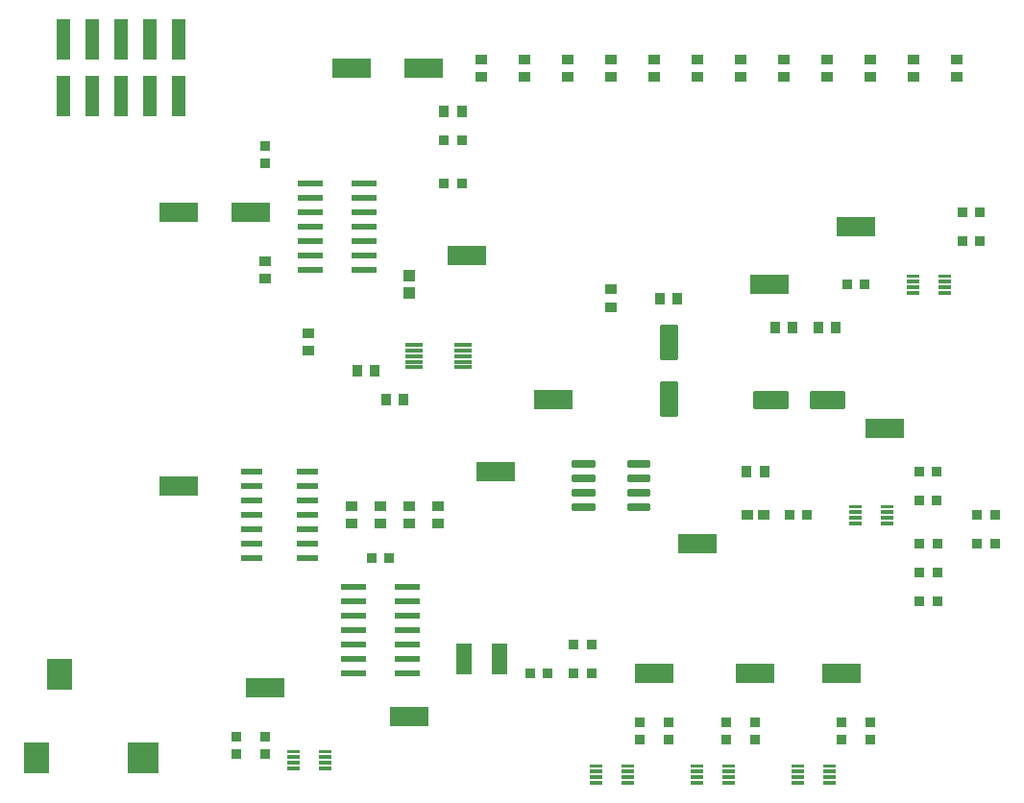
<source format=gbr>
G04 EAGLE Gerber RS-274X export*
G75*
%MOMM*%
%FSLAX34Y34*%
%LPD*%
%INSolderpaste Top*%
%IPPOS*%
%AMOC8*
5,1,8,0,0,1.08239X$1,22.5*%
G01*
G04 Define Apertures*
%ADD10R,1.320000X2.810000*%
%ADD11R,0.920000X0.970000*%
%ADD12R,1.040000X0.970000*%
%ADD13C,0.395000*%
%ADD14R,0.890000X0.930000*%
%ADD15R,0.870000X0.930000*%
%ADD16R,0.870000X0.980000*%
%ADD17R,0.810000X0.980000*%
%ADD18R,3.430000X1.780000*%
%ADD19C,0.330000*%
%ADD20R,2.184400X0.558800*%
%ADD21R,1.981200X0.558800*%
%ADD22R,0.860000X0.980000*%
%ADD23R,1.498600X0.330200*%
%ADD24R,1.020000X1.000000*%
%ADD25C,0.067500*%
%ADD26R,0.980000X0.810000*%
%ADD27R,0.930000X0.890000*%
%ADD28R,2.200000X2.800000*%
%ADD29R,2.800000X2.800000*%
%ADD30R,1.270000X3.680000*%
%ADD31R,0.980000X0.870000*%
D10*
X403680Y165100D03*
X434520Y165100D03*
D11*
X515750Y177800D03*
X500250Y177800D03*
D12*
X667800Y292100D03*
X653000Y292100D03*
D13*
X659925Y387775D02*
X687075Y387775D01*
X659925Y387775D02*
X659925Y399625D01*
X687075Y399625D01*
X687075Y387775D01*
X687075Y391527D02*
X659925Y391527D01*
X659925Y395279D02*
X687075Y395279D01*
X687075Y399031D02*
X659925Y399031D01*
X709925Y387775D02*
X737075Y387775D01*
X709925Y387775D02*
X709925Y399625D01*
X737075Y399625D01*
X737075Y387775D01*
X737075Y391527D02*
X709925Y391527D01*
X709925Y395279D02*
X737075Y395279D01*
X737075Y399031D02*
X709925Y399031D01*
D14*
X337900Y254000D03*
X322500Y254000D03*
D13*
X578275Y430525D02*
X578275Y457675D01*
X590125Y457675D01*
X590125Y430525D01*
X578275Y430525D01*
X578275Y434277D02*
X590125Y434277D01*
X590125Y438029D02*
X578275Y438029D01*
X578275Y441781D02*
X590125Y441781D01*
X590125Y445533D02*
X578275Y445533D01*
X578275Y449285D02*
X590125Y449285D01*
X590125Y453037D02*
X578275Y453037D01*
X578275Y456789D02*
X590125Y456789D01*
X578275Y407675D02*
X578275Y380525D01*
X578275Y407675D02*
X590125Y407675D01*
X590125Y380525D01*
X578275Y380525D01*
X578275Y384277D02*
X590125Y384277D01*
X590125Y388029D02*
X578275Y388029D01*
X578275Y391781D02*
X590125Y391781D01*
X590125Y395533D02*
X578275Y395533D01*
X578275Y399285D02*
X590125Y399285D01*
X590125Y403037D02*
X578275Y403037D01*
X578275Y406789D02*
X590125Y406789D01*
D15*
X706050Y292100D03*
X690950Y292100D03*
D16*
X668200Y330200D03*
X652600Y330200D03*
D15*
X515800Y152400D03*
X500200Y152400D03*
D17*
X693510Y457200D03*
X678090Y457200D03*
X731610Y457200D03*
X716190Y457200D03*
D15*
X462350Y152400D03*
X477450Y152400D03*
D18*
X431800Y330200D03*
X482600Y393700D03*
X609600Y266700D03*
X304800Y685800D03*
X355600Y114300D03*
D19*
X500450Y334900D02*
X517850Y334900D01*
X500450Y334900D02*
X500450Y338200D01*
X517850Y338200D01*
X517850Y334900D01*
X517850Y338035D02*
X500450Y338035D01*
X500450Y322200D02*
X517850Y322200D01*
X500450Y322200D02*
X500450Y325500D01*
X517850Y325500D01*
X517850Y322200D01*
X517850Y325335D02*
X500450Y325335D01*
X500450Y309500D02*
X517850Y309500D01*
X500450Y309500D02*
X500450Y312800D01*
X517850Y312800D01*
X517850Y309500D01*
X517850Y312635D02*
X500450Y312635D01*
X500450Y296800D02*
X517850Y296800D01*
X500450Y296800D02*
X500450Y300100D01*
X517850Y300100D01*
X517850Y296800D01*
X517850Y299935D02*
X500450Y299935D01*
X548950Y296800D02*
X566350Y296800D01*
X548950Y296800D02*
X548950Y300100D01*
X566350Y300100D01*
X566350Y296800D01*
X566350Y299935D02*
X548950Y299935D01*
X548950Y309500D02*
X566350Y309500D01*
X548950Y309500D02*
X548950Y312800D01*
X566350Y312800D01*
X566350Y309500D01*
X566350Y312635D02*
X548950Y312635D01*
X548950Y322200D02*
X566350Y322200D01*
X548950Y322200D02*
X548950Y325500D01*
X566350Y325500D01*
X566350Y322200D01*
X566350Y325335D02*
X548950Y325335D01*
X548950Y334900D02*
X566350Y334900D01*
X548950Y334900D02*
X548950Y338200D01*
X566350Y338200D01*
X566350Y334900D01*
X566350Y338035D02*
X548950Y338035D01*
D20*
X353822Y152400D03*
X353822Y165100D03*
X353822Y177800D03*
X353822Y190500D03*
X353822Y203200D03*
X353822Y215900D03*
X353822Y228600D03*
X306578Y228600D03*
X306578Y215900D03*
X306578Y203200D03*
X306578Y190500D03*
X306578Y177800D03*
X306578Y165100D03*
X306578Y152400D03*
D21*
X265938Y254000D03*
X265938Y266700D03*
X265938Y279400D03*
X265938Y292100D03*
X265938Y304800D03*
X265938Y317500D03*
X265938Y330200D03*
X216662Y330200D03*
X216662Y317500D03*
X216662Y304800D03*
X216662Y292100D03*
X216662Y279400D03*
X216662Y266700D03*
X216662Y254000D03*
D14*
X757000Y495300D03*
X741600Y495300D03*
D22*
X591850Y482600D03*
X576550Y482600D03*
D16*
X401500Y647700D03*
X385900Y647700D03*
D23*
X359156Y441706D03*
X359156Y436880D03*
X359156Y431800D03*
X359156Y426720D03*
X359156Y421894D03*
X402844Y421894D03*
X402844Y426720D03*
X402844Y431800D03*
X402844Y436880D03*
X402844Y441706D03*
D24*
X355600Y487710D03*
X355600Y502890D03*
D25*
X691887Y69987D02*
X702413Y69987D01*
X691887Y69987D02*
X691887Y72013D01*
X702413Y72013D01*
X702413Y69987D01*
X702413Y70628D02*
X691887Y70628D01*
X691887Y71269D02*
X702413Y71269D01*
X702413Y71910D02*
X691887Y71910D01*
X691887Y64987D02*
X702413Y64987D01*
X691887Y64987D02*
X691887Y67013D01*
X702413Y67013D01*
X702413Y64987D01*
X702413Y65628D02*
X691887Y65628D01*
X691887Y66269D02*
X702413Y66269D01*
X702413Y66910D02*
X691887Y66910D01*
X691887Y59987D02*
X702413Y59987D01*
X691887Y59987D02*
X691887Y62013D01*
X702413Y62013D01*
X702413Y59987D01*
X702413Y60628D02*
X691887Y60628D01*
X691887Y61269D02*
X702413Y61269D01*
X702413Y61910D02*
X691887Y61910D01*
X691887Y54987D02*
X702413Y54987D01*
X691887Y54987D02*
X691887Y57013D01*
X702413Y57013D01*
X702413Y54987D01*
X702413Y55628D02*
X691887Y55628D01*
X691887Y56269D02*
X702413Y56269D01*
X702413Y56910D02*
X691887Y56910D01*
X719987Y54987D02*
X730513Y54987D01*
X719987Y54987D02*
X719987Y57013D01*
X730513Y57013D01*
X730513Y54987D01*
X730513Y55628D02*
X719987Y55628D01*
X719987Y56269D02*
X730513Y56269D01*
X730513Y56910D02*
X719987Y56910D01*
X719987Y59987D02*
X730513Y59987D01*
X719987Y59987D02*
X719987Y62013D01*
X730513Y62013D01*
X730513Y59987D01*
X730513Y60628D02*
X719987Y60628D01*
X719987Y61269D02*
X730513Y61269D01*
X730513Y61910D02*
X719987Y61910D01*
X719987Y64987D02*
X730513Y64987D01*
X719987Y64987D02*
X719987Y67013D01*
X730513Y67013D01*
X730513Y64987D01*
X730513Y65628D02*
X719987Y65628D01*
X719987Y66269D02*
X730513Y66269D01*
X730513Y66910D02*
X719987Y66910D01*
X719987Y69987D02*
X730513Y69987D01*
X719987Y69987D02*
X719987Y72013D01*
X730513Y72013D01*
X730513Y69987D01*
X730513Y70628D02*
X719987Y70628D01*
X719987Y71269D02*
X730513Y71269D01*
X730513Y71910D02*
X719987Y71910D01*
X613513Y69987D02*
X602987Y69987D01*
X602987Y72013D01*
X613513Y72013D01*
X613513Y69987D01*
X613513Y70628D02*
X602987Y70628D01*
X602987Y71269D02*
X613513Y71269D01*
X613513Y71910D02*
X602987Y71910D01*
X602987Y64987D02*
X613513Y64987D01*
X602987Y64987D02*
X602987Y67013D01*
X613513Y67013D01*
X613513Y64987D01*
X613513Y65628D02*
X602987Y65628D01*
X602987Y66269D02*
X613513Y66269D01*
X613513Y66910D02*
X602987Y66910D01*
X602987Y59987D02*
X613513Y59987D01*
X602987Y59987D02*
X602987Y62013D01*
X613513Y62013D01*
X613513Y59987D01*
X613513Y60628D02*
X602987Y60628D01*
X602987Y61269D02*
X613513Y61269D01*
X613513Y61910D02*
X602987Y61910D01*
X602987Y54987D02*
X613513Y54987D01*
X602987Y54987D02*
X602987Y57013D01*
X613513Y57013D01*
X613513Y54987D01*
X613513Y55628D02*
X602987Y55628D01*
X602987Y56269D02*
X613513Y56269D01*
X613513Y56910D02*
X602987Y56910D01*
X631087Y54987D02*
X641613Y54987D01*
X631087Y54987D02*
X631087Y57013D01*
X641613Y57013D01*
X641613Y54987D01*
X641613Y55628D02*
X631087Y55628D01*
X631087Y56269D02*
X641613Y56269D01*
X641613Y56910D02*
X631087Y56910D01*
X631087Y59987D02*
X641613Y59987D01*
X631087Y59987D02*
X631087Y62013D01*
X641613Y62013D01*
X641613Y59987D01*
X641613Y60628D02*
X631087Y60628D01*
X631087Y61269D02*
X641613Y61269D01*
X641613Y61910D02*
X631087Y61910D01*
X631087Y64987D02*
X641613Y64987D01*
X631087Y64987D02*
X631087Y67013D01*
X641613Y67013D01*
X641613Y64987D01*
X641613Y65628D02*
X631087Y65628D01*
X631087Y66269D02*
X641613Y66269D01*
X641613Y66910D02*
X631087Y66910D01*
X631087Y69987D02*
X641613Y69987D01*
X631087Y69987D02*
X631087Y72013D01*
X641613Y72013D01*
X641613Y69987D01*
X641613Y70628D02*
X631087Y70628D01*
X631087Y71269D02*
X641613Y71269D01*
X641613Y71910D02*
X631087Y71910D01*
X524613Y69987D02*
X514087Y69987D01*
X514087Y72013D01*
X524613Y72013D01*
X524613Y69987D01*
X524613Y70628D02*
X514087Y70628D01*
X514087Y71269D02*
X524613Y71269D01*
X524613Y71910D02*
X514087Y71910D01*
X514087Y64987D02*
X524613Y64987D01*
X514087Y64987D02*
X514087Y67013D01*
X524613Y67013D01*
X524613Y64987D01*
X524613Y65628D02*
X514087Y65628D01*
X514087Y66269D02*
X524613Y66269D01*
X524613Y66910D02*
X514087Y66910D01*
X514087Y59987D02*
X524613Y59987D01*
X514087Y59987D02*
X514087Y62013D01*
X524613Y62013D01*
X524613Y59987D01*
X524613Y60628D02*
X514087Y60628D01*
X514087Y61269D02*
X524613Y61269D01*
X524613Y61910D02*
X514087Y61910D01*
X514087Y54987D02*
X524613Y54987D01*
X514087Y54987D02*
X514087Y57013D01*
X524613Y57013D01*
X524613Y54987D01*
X524613Y55628D02*
X514087Y55628D01*
X514087Y56269D02*
X524613Y56269D01*
X524613Y56910D02*
X514087Y56910D01*
X542187Y54987D02*
X552713Y54987D01*
X542187Y54987D02*
X542187Y57013D01*
X552713Y57013D01*
X552713Y54987D01*
X552713Y55628D02*
X542187Y55628D01*
X542187Y56269D02*
X552713Y56269D01*
X552713Y56910D02*
X542187Y56910D01*
X542187Y59987D02*
X552713Y59987D01*
X542187Y59987D02*
X542187Y62013D01*
X552713Y62013D01*
X552713Y59987D01*
X552713Y60628D02*
X542187Y60628D01*
X542187Y61269D02*
X552713Y61269D01*
X552713Y61910D02*
X542187Y61910D01*
X542187Y64987D02*
X552713Y64987D01*
X542187Y64987D02*
X542187Y67013D01*
X552713Y67013D01*
X552713Y64987D01*
X552713Y65628D02*
X542187Y65628D01*
X542187Y66269D02*
X552713Y66269D01*
X552713Y66910D02*
X542187Y66910D01*
X542187Y69987D02*
X552713Y69987D01*
X542187Y69987D02*
X542187Y72013D01*
X552713Y72013D01*
X552713Y69987D01*
X552713Y70628D02*
X542187Y70628D01*
X542187Y71269D02*
X552713Y71269D01*
X552713Y71910D02*
X542187Y71910D01*
X793487Y501787D02*
X804013Y501787D01*
X793487Y501787D02*
X793487Y503813D01*
X804013Y503813D01*
X804013Y501787D01*
X804013Y502428D02*
X793487Y502428D01*
X793487Y503069D02*
X804013Y503069D01*
X804013Y503710D02*
X793487Y503710D01*
X793487Y496787D02*
X804013Y496787D01*
X793487Y496787D02*
X793487Y498813D01*
X804013Y498813D01*
X804013Y496787D01*
X804013Y497428D02*
X793487Y497428D01*
X793487Y498069D02*
X804013Y498069D01*
X804013Y498710D02*
X793487Y498710D01*
X793487Y491787D02*
X804013Y491787D01*
X793487Y491787D02*
X793487Y493813D01*
X804013Y493813D01*
X804013Y491787D01*
X804013Y492428D02*
X793487Y492428D01*
X793487Y493069D02*
X804013Y493069D01*
X804013Y493710D02*
X793487Y493710D01*
X793487Y486787D02*
X804013Y486787D01*
X793487Y486787D02*
X793487Y488813D01*
X804013Y488813D01*
X804013Y486787D01*
X804013Y487428D02*
X793487Y487428D01*
X793487Y488069D02*
X804013Y488069D01*
X804013Y488710D02*
X793487Y488710D01*
X821587Y486787D02*
X832113Y486787D01*
X821587Y486787D02*
X821587Y488813D01*
X832113Y488813D01*
X832113Y486787D01*
X832113Y487428D02*
X821587Y487428D01*
X821587Y488069D02*
X832113Y488069D01*
X832113Y488710D02*
X821587Y488710D01*
X821587Y491787D02*
X832113Y491787D01*
X821587Y491787D02*
X821587Y493813D01*
X832113Y493813D01*
X832113Y491787D01*
X832113Y492428D02*
X821587Y492428D01*
X821587Y493069D02*
X832113Y493069D01*
X832113Y493710D02*
X821587Y493710D01*
X821587Y496787D02*
X832113Y496787D01*
X821587Y496787D02*
X821587Y498813D01*
X832113Y498813D01*
X832113Y496787D01*
X832113Y497428D02*
X821587Y497428D01*
X821587Y498069D02*
X832113Y498069D01*
X832113Y498710D02*
X821587Y498710D01*
X821587Y501787D02*
X832113Y501787D01*
X821587Y501787D02*
X821587Y503813D01*
X832113Y503813D01*
X832113Y501787D01*
X832113Y502428D02*
X821587Y502428D01*
X821587Y503069D02*
X832113Y503069D01*
X832113Y503710D02*
X821587Y503710D01*
X781313Y285613D02*
X770787Y285613D01*
X781313Y285613D02*
X781313Y283587D01*
X770787Y283587D01*
X770787Y285613D01*
X770787Y284228D02*
X781313Y284228D01*
X781313Y284869D02*
X770787Y284869D01*
X770787Y285510D02*
X781313Y285510D01*
X781313Y290613D02*
X770787Y290613D01*
X781313Y290613D02*
X781313Y288587D01*
X770787Y288587D01*
X770787Y290613D01*
X770787Y289228D02*
X781313Y289228D01*
X781313Y289869D02*
X770787Y289869D01*
X770787Y290510D02*
X781313Y290510D01*
X781313Y295613D02*
X770787Y295613D01*
X781313Y295613D02*
X781313Y293587D01*
X770787Y293587D01*
X770787Y295613D01*
X770787Y294228D02*
X781313Y294228D01*
X781313Y294869D02*
X770787Y294869D01*
X770787Y295510D02*
X781313Y295510D01*
X781313Y300613D02*
X770787Y300613D01*
X781313Y300613D02*
X781313Y298587D01*
X770787Y298587D01*
X770787Y300613D01*
X770787Y299228D02*
X781313Y299228D01*
X781313Y299869D02*
X770787Y299869D01*
X770787Y300510D02*
X781313Y300510D01*
X753213Y300613D02*
X742687Y300613D01*
X753213Y300613D02*
X753213Y298587D01*
X742687Y298587D01*
X742687Y300613D01*
X742687Y299228D02*
X753213Y299228D01*
X753213Y299869D02*
X742687Y299869D01*
X742687Y300510D02*
X753213Y300510D01*
X753213Y295613D02*
X742687Y295613D01*
X753213Y295613D02*
X753213Y293587D01*
X742687Y293587D01*
X742687Y295613D01*
X742687Y294228D02*
X753213Y294228D01*
X753213Y294869D02*
X742687Y294869D01*
X742687Y295510D02*
X753213Y295510D01*
X753213Y290613D02*
X742687Y290613D01*
X753213Y290613D02*
X753213Y288587D01*
X742687Y288587D01*
X742687Y290613D01*
X742687Y289228D02*
X753213Y289228D01*
X753213Y289869D02*
X742687Y289869D01*
X742687Y290510D02*
X753213Y290510D01*
X753213Y285613D02*
X742687Y285613D01*
X753213Y285613D02*
X753213Y283587D01*
X742687Y283587D01*
X742687Y285613D01*
X742687Y284228D02*
X753213Y284228D01*
X753213Y284869D02*
X742687Y284869D01*
X742687Y285510D02*
X753213Y285510D01*
X257913Y82687D02*
X247387Y82687D01*
X247387Y84713D01*
X257913Y84713D01*
X257913Y82687D01*
X257913Y83328D02*
X247387Y83328D01*
X247387Y83969D02*
X257913Y83969D01*
X257913Y84610D02*
X247387Y84610D01*
X247387Y77687D02*
X257913Y77687D01*
X247387Y77687D02*
X247387Y79713D01*
X257913Y79713D01*
X257913Y77687D01*
X257913Y78328D02*
X247387Y78328D01*
X247387Y78969D02*
X257913Y78969D01*
X257913Y79610D02*
X247387Y79610D01*
X247387Y72687D02*
X257913Y72687D01*
X247387Y72687D02*
X247387Y74713D01*
X257913Y74713D01*
X257913Y72687D01*
X257913Y73328D02*
X247387Y73328D01*
X247387Y73969D02*
X257913Y73969D01*
X257913Y74610D02*
X247387Y74610D01*
X247387Y67687D02*
X257913Y67687D01*
X247387Y67687D02*
X247387Y69713D01*
X257913Y69713D01*
X257913Y67687D01*
X257913Y68328D02*
X247387Y68328D01*
X247387Y68969D02*
X257913Y68969D01*
X257913Y69610D02*
X247387Y69610D01*
X275487Y67687D02*
X286013Y67687D01*
X275487Y67687D02*
X275487Y69713D01*
X286013Y69713D01*
X286013Y67687D01*
X286013Y68328D02*
X275487Y68328D01*
X275487Y68969D02*
X286013Y68969D01*
X286013Y69610D02*
X275487Y69610D01*
X275487Y72687D02*
X286013Y72687D01*
X275487Y72687D02*
X275487Y74713D01*
X286013Y74713D01*
X286013Y72687D01*
X286013Y73328D02*
X275487Y73328D01*
X275487Y73969D02*
X286013Y73969D01*
X286013Y74610D02*
X275487Y74610D01*
X275487Y77687D02*
X286013Y77687D01*
X275487Y77687D02*
X275487Y79713D01*
X286013Y79713D01*
X286013Y77687D01*
X286013Y78328D02*
X275487Y78328D01*
X275487Y78969D02*
X286013Y78969D01*
X286013Y79610D02*
X275487Y79610D01*
X275487Y82687D02*
X286013Y82687D01*
X275487Y82687D02*
X275487Y84713D01*
X286013Y84713D01*
X286013Y82687D01*
X286013Y83328D02*
X275487Y83328D01*
X275487Y83969D02*
X286013Y83969D01*
X286013Y84610D02*
X275487Y84610D01*
D20*
X268478Y584200D03*
X268478Y571500D03*
X268478Y558800D03*
X268478Y546100D03*
X268478Y533400D03*
X268478Y520700D03*
X268478Y508000D03*
X315722Y508000D03*
X315722Y520700D03*
X315722Y533400D03*
X315722Y546100D03*
X315722Y558800D03*
X315722Y571500D03*
X315722Y584200D03*
D26*
X355600Y284390D03*
X355600Y299810D03*
X381000Y284390D03*
X381000Y299810D03*
X330200Y284390D03*
X330200Y299810D03*
X304800Y284390D03*
X304800Y299810D03*
X228600Y515710D03*
X228600Y500290D03*
X266700Y436790D03*
X266700Y452210D03*
D17*
X350610Y393700D03*
X335190Y393700D03*
X309790Y419100D03*
X325210Y419100D03*
D27*
X584200Y93900D03*
X584200Y109300D03*
X558800Y93900D03*
X558800Y109300D03*
X228600Y96600D03*
X228600Y81200D03*
X203200Y96600D03*
X203200Y81200D03*
X660400Y93900D03*
X660400Y109300D03*
X635000Y93900D03*
X635000Y109300D03*
X736600Y93900D03*
X736600Y109300D03*
X762000Y93900D03*
X762000Y109300D03*
D14*
X820500Y304800D03*
X805100Y304800D03*
X820500Y330200D03*
X805100Y330200D03*
X858600Y533400D03*
X843200Y533400D03*
X858600Y558800D03*
X843200Y558800D03*
D18*
X673100Y495300D03*
X368300Y685800D03*
X152400Y558800D03*
X406400Y520700D03*
X215900Y558800D03*
X749300Y546100D03*
X774700Y368300D03*
X228600Y139700D03*
X736600Y152400D03*
X660400Y152400D03*
X571500Y152400D03*
X152400Y317500D03*
D26*
X838200Y678090D03*
X838200Y693510D03*
X800100Y678090D03*
X800100Y693510D03*
X762000Y678090D03*
X762000Y693510D03*
X723900Y678090D03*
X723900Y693510D03*
X685800Y678090D03*
X685800Y693510D03*
X647700Y678090D03*
X647700Y693510D03*
X609600Y678090D03*
X609600Y693510D03*
X571500Y678090D03*
X571500Y693510D03*
X533400Y678090D03*
X533400Y693510D03*
X495300Y678090D03*
X495300Y693510D03*
X457200Y678090D03*
X457200Y693510D03*
X419100Y678090D03*
X419100Y693510D03*
D28*
X47100Y151300D03*
X27100Y77300D03*
D29*
X121100Y77300D03*
D30*
X152400Y710550D03*
X152400Y661050D03*
X127000Y710550D03*
X127000Y661050D03*
X101600Y710550D03*
X101600Y661050D03*
X76200Y710550D03*
X76200Y661050D03*
X50800Y710550D03*
X50800Y661050D03*
D15*
X401500Y584200D03*
X385900Y584200D03*
X385900Y622300D03*
X401500Y622300D03*
D27*
X228600Y617300D03*
X228600Y601900D03*
D15*
X805000Y241300D03*
X820600Y241300D03*
X805000Y215900D03*
X820600Y215900D03*
X805000Y266700D03*
X820600Y266700D03*
X855800Y292100D03*
X871400Y292100D03*
X855800Y266700D03*
X871400Y266700D03*
D31*
X533400Y474800D03*
X533400Y490400D03*
M02*

</source>
